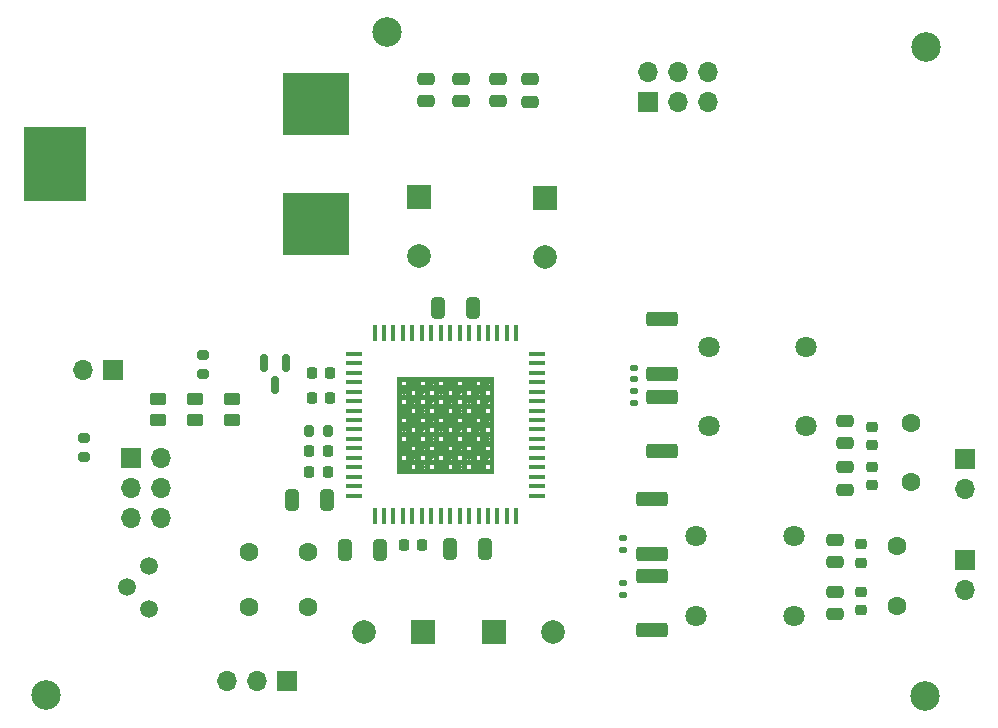
<source format=gts>
G04 #@! TF.GenerationSoftware,KiCad,Pcbnew,(6.0.1)*
G04 #@! TF.CreationDate,2022-04-24T16:27:43-07:00*
G04 #@! TF.ProjectId,AudioAmp,41756469-6f41-46d7-902e-6b696361645f,rev?*
G04 #@! TF.SameCoordinates,Original*
G04 #@! TF.FileFunction,Soldermask,Top*
G04 #@! TF.FilePolarity,Negative*
%FSLAX46Y46*%
G04 Gerber Fmt 4.6, Leading zero omitted, Abs format (unit mm)*
G04 Created by KiCad (PCBNEW (6.0.1)) date 2022-04-24 16:27:43*
%MOMM*%
%LPD*%
G01*
G04 APERTURE LIST*
G04 Aperture macros list*
%AMRoundRect*
0 Rectangle with rounded corners*
0 $1 Rounding radius*
0 $2 $3 $4 $5 $6 $7 $8 $9 X,Y pos of 4 corners*
0 Add a 4 corners polygon primitive as box body*
4,1,4,$2,$3,$4,$5,$6,$7,$8,$9,$2,$3,0*
0 Add four circle primitives for the rounded corners*
1,1,$1+$1,$2,$3*
1,1,$1+$1,$4,$5*
1,1,$1+$1,$6,$7*
1,1,$1+$1,$8,$9*
0 Add four rect primitives between the rounded corners*
20,1,$1+$1,$2,$3,$4,$5,0*
20,1,$1+$1,$4,$5,$6,$7,0*
20,1,$1+$1,$6,$7,$8,$9,0*
20,1,$1+$1,$8,$9,$2,$3,0*%
G04 Aperture macros list end*
%ADD10C,0.100000*%
%ADD11C,1.600000*%
%ADD12RoundRect,0.200000X-0.200000X-0.275000X0.200000X-0.275000X0.200000X0.275000X-0.200000X0.275000X0*%
%ADD13RoundRect,0.250000X0.475000X-0.250000X0.475000X0.250000X-0.475000X0.250000X-0.475000X-0.250000X0*%
%ADD14R,2.000000X2.000000*%
%ADD15C,2.000000*%
%ADD16C,1.800000*%
%ADD17R,1.700000X1.700000*%
%ADD18O,1.700000X1.700000*%
%ADD19RoundRect,0.150000X-0.150000X0.587500X-0.150000X-0.587500X0.150000X-0.587500X0.150000X0.587500X0*%
%ADD20RoundRect,0.225000X0.250000X-0.225000X0.250000X0.225000X-0.250000X0.225000X-0.250000X-0.225000X0*%
%ADD21RoundRect,0.250000X-1.075000X0.362500X-1.075000X-0.362500X1.075000X-0.362500X1.075000X0.362500X0*%
%ADD22RoundRect,0.250000X0.325000X0.650000X-0.325000X0.650000X-0.325000X-0.650000X0.325000X-0.650000X0*%
%ADD23RoundRect,0.200000X-0.275000X0.200000X-0.275000X-0.200000X0.275000X-0.200000X0.275000X0.200000X0*%
%ADD24C,0.508000*%
%ADD25R,1.404099X0.456400*%
%ADD26R,0.456400X1.404099*%
%ADD27RoundRect,0.250000X-0.325000X-0.650000X0.325000X-0.650000X0.325000X0.650000X-0.325000X0.650000X0*%
%ADD28RoundRect,0.140000X0.170000X-0.140000X0.170000X0.140000X-0.170000X0.140000X-0.170000X-0.140000X0*%
%ADD29RoundRect,0.250000X0.450000X-0.262500X0.450000X0.262500X-0.450000X0.262500X-0.450000X-0.262500X0*%
%ADD30RoundRect,0.225000X0.225000X0.250000X-0.225000X0.250000X-0.225000X-0.250000X0.225000X-0.250000X0*%
%ADD31C,2.500000*%
%ADD32C,1.498600*%
%ADD33RoundRect,0.200000X0.275000X-0.200000X0.275000X0.200000X-0.275000X0.200000X-0.275000X-0.200000X0*%
%ADD34R,5.588000X5.334000*%
%ADD35R,5.283200X6.350000*%
%ADD36RoundRect,0.225000X-0.225000X-0.250000X0.225000X-0.250000X0.225000X0.250000X-0.225000X0.250000X0*%
G04 APERTURE END LIST*
D10*
X131673500Y-101236200D02*
X139800500Y-101236200D01*
X139800500Y-101236200D02*
X139800500Y-101623600D01*
X139800500Y-101623600D02*
X131673500Y-101623600D01*
X131673500Y-101623600D02*
X131673500Y-101236200D01*
G36*
X139800500Y-101623600D02*
G01*
X131673500Y-101623600D01*
X131673500Y-101236200D01*
X139800500Y-101236200D01*
X139800500Y-101623600D01*
G37*
X139800500Y-101623600D02*
X131673500Y-101623600D01*
X131673500Y-101236200D01*
X139800500Y-101236200D01*
X139800500Y-101623600D01*
X131673500Y-107535400D02*
X139800500Y-107535400D01*
X139800500Y-107535400D02*
X139800500Y-107855600D01*
X139800500Y-107855600D02*
X131673500Y-107855600D01*
X131673500Y-107855600D02*
X131673500Y-107535400D01*
G36*
X139800500Y-107855600D02*
G01*
X131673500Y-107855600D01*
X131673500Y-107535400D01*
X139800500Y-107535400D01*
X139800500Y-107855600D01*
G37*
X139800500Y-107855600D02*
X131673500Y-107855600D01*
X131673500Y-107535400D01*
X139800500Y-107535400D01*
X139800500Y-107855600D01*
X131673500Y-106748000D02*
X139800500Y-106748000D01*
X139800500Y-106748000D02*
X139800500Y-107135400D01*
X139800500Y-107135400D02*
X131673500Y-107135400D01*
X131673500Y-107135400D02*
X131673500Y-106748000D01*
G36*
X139800500Y-107135400D02*
G01*
X131673500Y-107135400D01*
X131673500Y-106748000D01*
X139800500Y-106748000D01*
X139800500Y-107135400D01*
G37*
X139800500Y-107135400D02*
X131673500Y-107135400D01*
X131673500Y-106748000D01*
X139800500Y-106748000D01*
X139800500Y-107135400D01*
X138292900Y-99728600D02*
X137905500Y-99728600D01*
X137905500Y-99728600D02*
X137905500Y-107855600D01*
X137905500Y-107855600D02*
X138292900Y-107855600D01*
X138292900Y-107855600D02*
X138292900Y-99728600D01*
G36*
X138292900Y-107855600D02*
G01*
X137905500Y-107855600D01*
X137905500Y-99728600D01*
X138292900Y-99728600D01*
X138292900Y-107855600D01*
G37*
X138292900Y-107855600D02*
X137905500Y-107855600D01*
X137905500Y-99728600D01*
X138292900Y-99728600D01*
X138292900Y-107855600D01*
X133568500Y-99728600D02*
X133181100Y-99728600D01*
X133181100Y-99728600D02*
X133181100Y-107855600D01*
X133181100Y-107855600D02*
X133568500Y-107855600D01*
X133568500Y-107855600D02*
X133568500Y-99728600D01*
G36*
X133568500Y-107855600D02*
G01*
X133181100Y-107855600D01*
X133181100Y-99728600D01*
X133568500Y-99728600D01*
X133568500Y-107855600D01*
G37*
X133568500Y-107855600D02*
X133181100Y-107855600D01*
X133181100Y-99728600D01*
X133568500Y-99728600D01*
X133568500Y-107855600D01*
X136718100Y-99728600D02*
X136330700Y-99728600D01*
X136330700Y-99728600D02*
X136330700Y-107855600D01*
X136330700Y-107855600D02*
X136718100Y-107855600D01*
X136718100Y-107855600D02*
X136718100Y-99728600D01*
G36*
X136718100Y-107855600D02*
G01*
X136330700Y-107855600D01*
X136330700Y-99728600D01*
X136718100Y-99728600D01*
X136718100Y-107855600D01*
G37*
X136718100Y-107855600D02*
X136330700Y-107855600D01*
X136330700Y-99728600D01*
X136718100Y-99728600D01*
X136718100Y-107855600D01*
X139480300Y-99728600D02*
X139800500Y-99728600D01*
X139800500Y-99728600D02*
X139800500Y-107855600D01*
X139800500Y-107855600D02*
X139480300Y-107855600D01*
X139480300Y-107855600D02*
X139480300Y-99728600D01*
G36*
X139800500Y-107855600D02*
G01*
X139480300Y-107855600D01*
X139480300Y-99728600D01*
X139800500Y-99728600D01*
X139800500Y-107855600D01*
G37*
X139800500Y-107855600D02*
X139480300Y-107855600D01*
X139480300Y-99728600D01*
X139800500Y-99728600D01*
X139800500Y-107855600D01*
X131673500Y-99728600D02*
X139800500Y-99728600D01*
X139800500Y-99728600D02*
X139800500Y-100048800D01*
X139800500Y-100048800D02*
X131673500Y-100048800D01*
X131673500Y-100048800D02*
X131673500Y-99728600D01*
G36*
X139800500Y-100048800D02*
G01*
X131673500Y-100048800D01*
X131673500Y-99728600D01*
X139800500Y-99728600D01*
X139800500Y-100048800D01*
G37*
X139800500Y-100048800D02*
X131673500Y-100048800D01*
X131673500Y-99728600D01*
X139800500Y-99728600D01*
X139800500Y-100048800D01*
X131673500Y-105173200D02*
X139800500Y-105173200D01*
X139800500Y-105173200D02*
X139800500Y-105560600D01*
X139800500Y-105560600D02*
X131673500Y-105560600D01*
X131673500Y-105560600D02*
X131673500Y-105173200D01*
G36*
X139800500Y-105560600D02*
G01*
X131673500Y-105560600D01*
X131673500Y-105173200D01*
X139800500Y-105173200D01*
X139800500Y-105560600D01*
G37*
X139800500Y-105560600D02*
X131673500Y-105560600D01*
X131673500Y-105173200D01*
X139800500Y-105173200D01*
X139800500Y-105560600D01*
X131673500Y-104385800D02*
X139800500Y-104385800D01*
X139800500Y-104385800D02*
X139800500Y-104773200D01*
X139800500Y-104773200D02*
X131673500Y-104773200D01*
X131673500Y-104773200D02*
X131673500Y-104385800D01*
G36*
X139800500Y-104773200D02*
G01*
X131673500Y-104773200D01*
X131673500Y-104385800D01*
X139800500Y-104385800D01*
X139800500Y-104773200D01*
G37*
X139800500Y-104773200D02*
X131673500Y-104773200D01*
X131673500Y-104385800D01*
X139800500Y-104385800D01*
X139800500Y-104773200D01*
X131673500Y-103598400D02*
X139800500Y-103598400D01*
X139800500Y-103598400D02*
X139800500Y-103985800D01*
X139800500Y-103985800D02*
X131673500Y-103985800D01*
X131673500Y-103985800D02*
X131673500Y-103598400D01*
G36*
X139800500Y-103985800D02*
G01*
X131673500Y-103985800D01*
X131673500Y-103598400D01*
X139800500Y-103598400D01*
X139800500Y-103985800D01*
G37*
X139800500Y-103985800D02*
X131673500Y-103985800D01*
X131673500Y-103598400D01*
X139800500Y-103598400D01*
X139800500Y-103985800D01*
X139080300Y-99728600D02*
X138692900Y-99728600D01*
X138692900Y-99728600D02*
X138692900Y-107855600D01*
X138692900Y-107855600D02*
X139080300Y-107855600D01*
X139080300Y-107855600D02*
X139080300Y-99728600D01*
G36*
X139080300Y-107855600D02*
G01*
X138692900Y-107855600D01*
X138692900Y-99728600D01*
X139080300Y-99728600D01*
X139080300Y-107855600D01*
G37*
X139080300Y-107855600D02*
X138692900Y-107855600D01*
X138692900Y-99728600D01*
X139080300Y-99728600D01*
X139080300Y-107855600D01*
X131673500Y-105960600D02*
X139800500Y-105960600D01*
X139800500Y-105960600D02*
X139800500Y-106348000D01*
X139800500Y-106348000D02*
X131673500Y-106348000D01*
X131673500Y-106348000D02*
X131673500Y-105960600D01*
G36*
X139800500Y-106348000D02*
G01*
X131673500Y-106348000D01*
X131673500Y-105960600D01*
X139800500Y-105960600D01*
X139800500Y-106348000D01*
G37*
X139800500Y-106348000D02*
X131673500Y-106348000D01*
X131673500Y-105960600D01*
X139800500Y-105960600D01*
X139800500Y-106348000D01*
X132781100Y-99728600D02*
X132393700Y-99728600D01*
X132393700Y-99728600D02*
X132393700Y-107855600D01*
X132393700Y-107855600D02*
X132781100Y-107855600D01*
X132781100Y-107855600D02*
X132781100Y-99728600D01*
G36*
X132781100Y-107855600D02*
G01*
X132393700Y-107855600D01*
X132393700Y-99728600D01*
X132781100Y-99728600D01*
X132781100Y-107855600D01*
G37*
X132781100Y-107855600D02*
X132393700Y-107855600D01*
X132393700Y-99728600D01*
X132781100Y-99728600D01*
X132781100Y-107855600D01*
X131673500Y-99728600D02*
X131993700Y-99728600D01*
X131993700Y-99728600D02*
X131993700Y-107855600D01*
X131993700Y-107855600D02*
X131673500Y-107855600D01*
X131673500Y-107855600D02*
X131673500Y-99728600D01*
G36*
X131993700Y-107855600D02*
G01*
X131673500Y-107855600D01*
X131673500Y-99728600D01*
X131993700Y-99728600D01*
X131993700Y-107855600D01*
G37*
X131993700Y-107855600D02*
X131673500Y-107855600D01*
X131673500Y-99728600D01*
X131993700Y-99728600D01*
X131993700Y-107855600D01*
X135143300Y-99728600D02*
X134755900Y-99728600D01*
X134755900Y-99728600D02*
X134755900Y-107855600D01*
X134755900Y-107855600D02*
X135143300Y-107855600D01*
X135143300Y-107855600D02*
X135143300Y-99728600D01*
G36*
X135143300Y-107855600D02*
G01*
X134755900Y-107855600D01*
X134755900Y-99728600D01*
X135143300Y-99728600D01*
X135143300Y-107855600D01*
G37*
X135143300Y-107855600D02*
X134755900Y-107855600D01*
X134755900Y-99728600D01*
X135143300Y-99728600D01*
X135143300Y-107855600D01*
X131673500Y-102023600D02*
X139800500Y-102023600D01*
X139800500Y-102023600D02*
X139800500Y-102411000D01*
X139800500Y-102411000D02*
X131673500Y-102411000D01*
X131673500Y-102411000D02*
X131673500Y-102023600D01*
G36*
X139800500Y-102411000D02*
G01*
X131673500Y-102411000D01*
X131673500Y-102023600D01*
X139800500Y-102023600D01*
X139800500Y-102411000D01*
G37*
X139800500Y-102411000D02*
X131673500Y-102411000D01*
X131673500Y-102023600D01*
X139800500Y-102023600D01*
X139800500Y-102411000D01*
X134355900Y-99728600D02*
X133968500Y-99728600D01*
X133968500Y-99728600D02*
X133968500Y-107855600D01*
X133968500Y-107855600D02*
X134355900Y-107855600D01*
X134355900Y-107855600D02*
X134355900Y-99728600D01*
G36*
X134355900Y-107855600D02*
G01*
X133968500Y-107855600D01*
X133968500Y-99728600D01*
X134355900Y-99728600D01*
X134355900Y-107855600D01*
G37*
X134355900Y-107855600D02*
X133968500Y-107855600D01*
X133968500Y-99728600D01*
X134355900Y-99728600D01*
X134355900Y-107855600D01*
X137505500Y-99728600D02*
X137118100Y-99728600D01*
X137118100Y-99728600D02*
X137118100Y-107855600D01*
X137118100Y-107855600D02*
X137505500Y-107855600D01*
X137505500Y-107855600D02*
X137505500Y-99728600D01*
G36*
X137505500Y-107855600D02*
G01*
X137118100Y-107855600D01*
X137118100Y-99728600D01*
X137505500Y-99728600D01*
X137505500Y-107855600D01*
G37*
X137505500Y-107855600D02*
X137118100Y-107855600D01*
X137118100Y-99728600D01*
X137505500Y-99728600D01*
X137505500Y-107855600D01*
X131673500Y-102811000D02*
X139800500Y-102811000D01*
X139800500Y-102811000D02*
X139800500Y-103198400D01*
X139800500Y-103198400D02*
X131673500Y-103198400D01*
X131673500Y-103198400D02*
X131673500Y-102811000D01*
G36*
X139800500Y-103198400D02*
G01*
X131673500Y-103198400D01*
X131673500Y-102811000D01*
X139800500Y-102811000D01*
X139800500Y-103198400D01*
G37*
X139800500Y-103198400D02*
X131673500Y-103198400D01*
X131673500Y-102811000D01*
X139800500Y-102811000D01*
X139800500Y-103198400D01*
X131673500Y-100448800D02*
X139800500Y-100448800D01*
X139800500Y-100448800D02*
X139800500Y-100836200D01*
X139800500Y-100836200D02*
X131673500Y-100836200D01*
X131673500Y-100836200D02*
X131673500Y-100448800D01*
G36*
X139800500Y-100836200D02*
G01*
X131673500Y-100836200D01*
X131673500Y-100448800D01*
X139800500Y-100448800D01*
X139800500Y-100836200D01*
G37*
X139800500Y-100836200D02*
X131673500Y-100836200D01*
X131673500Y-100448800D01*
X139800500Y-100448800D01*
X139800500Y-100836200D01*
X135930700Y-99728600D02*
X135543300Y-99728600D01*
X135543300Y-99728600D02*
X135543300Y-107855600D01*
X135543300Y-107855600D02*
X135930700Y-107855600D01*
X135930700Y-107855600D02*
X135930700Y-99728600D01*
G36*
X135930700Y-107855600D02*
G01*
X135543300Y-107855600D01*
X135543300Y-99728600D01*
X135930700Y-99728600D01*
X135930700Y-107855600D01*
G37*
X135930700Y-107855600D02*
X135543300Y-107855600D01*
X135543300Y-99728600D01*
X135930700Y-99728600D01*
X135930700Y-107855600D01*
D11*
X175195000Y-103630000D03*
X175195000Y-108630000D03*
D12*
X124175000Y-104300000D03*
X125825000Y-104300000D03*
D11*
X119100000Y-114600000D03*
X124100000Y-114600000D03*
D13*
X168700000Y-119850000D03*
X168700000Y-117950000D03*
D14*
X139832323Y-121300000D03*
D15*
X144832323Y-121300000D03*
D16*
X158040000Y-97190000D03*
X166300000Y-97190000D03*
X166300000Y-103900000D03*
X158040000Y-103900000D03*
D17*
X179700000Y-106660000D03*
D18*
X179700000Y-109200000D03*
D14*
X144200000Y-84632323D03*
D15*
X144200000Y-89632323D03*
D19*
X122250000Y-98562500D03*
X120350000Y-98562500D03*
X121300000Y-100437500D03*
D17*
X152875000Y-76475000D03*
D18*
X152875000Y-73935000D03*
X155415000Y-76475000D03*
X155415000Y-73935000D03*
X157955000Y-76475000D03*
X157955000Y-73935000D03*
D20*
X170900000Y-119475000D03*
X170900000Y-117925000D03*
D13*
X168700000Y-115450000D03*
X168700000Y-113550000D03*
D21*
X153200000Y-110087500D03*
X153200000Y-114712500D03*
D17*
X179700000Y-115270000D03*
D18*
X179700000Y-117810000D03*
D22*
X138075000Y-93900000D03*
X135125000Y-93900000D03*
D23*
X115200000Y-97875000D03*
X115200000Y-99525000D03*
D24*
X138492900Y-101036200D03*
X136918100Y-104185800D03*
X137705500Y-106548000D03*
X137705500Y-103398400D03*
X132981100Y-106548000D03*
X133768500Y-107335400D03*
X132193700Y-107335400D03*
X132193700Y-105760600D03*
X136130700Y-103398400D03*
X136918100Y-105760600D03*
X135343300Y-101036200D03*
X136130700Y-101823600D03*
X138492900Y-104185800D03*
X136918100Y-107335400D03*
X136918100Y-102611000D03*
X134555900Y-103398400D03*
X135343300Y-102611000D03*
X132193700Y-101036200D03*
X139280300Y-103398400D03*
X132193700Y-104185800D03*
X139280300Y-104973200D03*
X138492900Y-102611000D03*
X136130700Y-106548000D03*
X134555900Y-101823600D03*
X132981100Y-103398400D03*
X133768500Y-101036200D03*
X133768500Y-102611000D03*
X136918100Y-101036200D03*
X134555900Y-100248800D03*
X135343300Y-104185800D03*
X137705500Y-104973200D03*
X134555900Y-104973200D03*
X132981100Y-100248800D03*
X132193700Y-102611000D03*
X132981100Y-104973200D03*
X136130700Y-100248800D03*
X138492900Y-105760600D03*
X139280300Y-106548000D03*
X135343300Y-105760600D03*
X138492900Y-107335400D03*
X139280300Y-101823600D03*
X137705500Y-101823600D03*
X133768500Y-104185800D03*
X133768500Y-105760600D03*
X135343300Y-107335400D03*
X132981100Y-101823600D03*
X139280300Y-100248800D03*
X136130700Y-104973200D03*
X137705500Y-100248800D03*
X134555900Y-106548000D03*
D25*
X128011852Y-97792102D03*
X128011852Y-98592100D03*
X128011852Y-99392101D03*
X128011852Y-100192100D03*
X128011852Y-100992101D03*
X128011852Y-101792099D03*
X128011852Y-102592100D03*
X128011852Y-103392101D03*
X128011852Y-104192099D03*
X128011852Y-104992100D03*
X128011852Y-105792099D03*
X128011852Y-106592099D03*
X128011852Y-107392100D03*
X128011852Y-108192099D03*
X128011852Y-108992100D03*
X128011852Y-109792098D03*
D26*
X129737002Y-111517248D03*
X130537000Y-111517248D03*
X131337001Y-111517248D03*
X132137000Y-111517248D03*
X132937001Y-111517248D03*
X133737001Y-111517248D03*
X134537000Y-111517248D03*
X135337001Y-111517248D03*
X136136999Y-111517248D03*
X136937000Y-111517248D03*
X137737001Y-111517248D03*
X138536999Y-111517248D03*
X139337000Y-111517248D03*
X140136999Y-111517248D03*
X140937000Y-111517248D03*
X141736998Y-111517248D03*
D25*
X143462148Y-109792098D03*
X143462148Y-108992100D03*
X143462148Y-108192099D03*
X143462148Y-107392100D03*
X143462148Y-106592099D03*
X143462148Y-105792099D03*
X143462148Y-104992100D03*
X143462148Y-104192099D03*
X143462148Y-103392101D03*
X143462148Y-102592100D03*
X143462148Y-101792099D03*
X143462148Y-100992101D03*
X143462148Y-100192100D03*
X143462148Y-99392101D03*
X143462148Y-98592100D03*
X143462148Y-97792102D03*
D26*
X141736998Y-96066952D03*
X140937000Y-96066952D03*
X140136999Y-96066952D03*
X139337000Y-96066952D03*
X138536999Y-96066952D03*
X137736999Y-96066952D03*
X136937000Y-96066952D03*
X136136999Y-96066952D03*
X135337001Y-96066952D03*
X134537000Y-96066952D03*
X133736999Y-96066952D03*
X132937001Y-96066952D03*
X132137000Y-96066952D03*
X131337001Y-96066952D03*
X130537000Y-96066952D03*
X129737002Y-96066952D03*
D27*
X127245000Y-114390000D03*
X130195000Y-114390000D03*
X122725000Y-110200000D03*
X125675000Y-110200000D03*
D28*
X150800000Y-114380000D03*
X150800000Y-113420000D03*
D29*
X111400000Y-103412500D03*
X111400000Y-101587500D03*
D30*
X133775000Y-114000000D03*
X132225000Y-114000000D03*
D17*
X122325000Y-125525000D03*
D18*
X119785000Y-125525000D03*
X117245000Y-125525000D03*
D17*
X107575000Y-99125000D03*
D18*
X105035000Y-99125000D03*
D11*
X174000000Y-114100000D03*
X174000000Y-119100000D03*
D31*
X176350000Y-126750000D03*
D21*
X154070000Y-101432500D03*
X154070000Y-106057500D03*
D20*
X171895000Y-105505000D03*
X171895000Y-103955000D03*
D29*
X117700000Y-103412500D03*
X117700000Y-101587500D03*
D22*
X139075000Y-114300000D03*
X136125000Y-114300000D03*
D20*
X171895000Y-108905000D03*
X171895000Y-107355000D03*
D13*
X134125000Y-76415000D03*
X134125000Y-74515000D03*
X169595000Y-109300000D03*
X169595000Y-107400000D03*
D29*
X114500000Y-103412500D03*
X114500000Y-101587500D03*
D20*
X170900000Y-115475000D03*
X170900000Y-113925000D03*
D14*
X133867677Y-121300000D03*
D15*
X128867677Y-121300000D03*
D32*
X110664500Y-115765500D03*
X108764500Y-117565500D03*
X110664500Y-119365500D03*
D14*
X133500000Y-84532323D03*
D15*
X133500000Y-89532323D03*
D11*
X119100000Y-119200000D03*
X124100000Y-119200000D03*
D28*
X151670000Y-101925000D03*
X151670000Y-100965000D03*
D30*
X125775000Y-107800000D03*
X124225000Y-107800000D03*
X125975000Y-101500000D03*
X124425000Y-101500000D03*
D28*
X150800000Y-118180000D03*
X150800000Y-117220000D03*
D13*
X137025000Y-76415000D03*
X137025000Y-74515000D03*
X169595000Y-105380000D03*
X169595000Y-103480000D03*
D21*
X154070000Y-94832500D03*
X154070000Y-99457500D03*
D31*
X130800000Y-70500000D03*
D33*
X105100000Y-106525000D03*
X105100000Y-104875000D03*
D31*
X176400000Y-71800000D03*
D17*
X109125000Y-106575000D03*
D18*
X111665000Y-106575000D03*
X109125000Y-109115000D03*
X111665000Y-109115000D03*
X109125000Y-111655000D03*
X111665000Y-111655000D03*
D34*
X124751000Y-86780000D03*
X124751000Y-76620000D03*
D35*
X102678400Y-81700000D03*
D36*
X124425000Y-99400000D03*
X125975000Y-99400000D03*
D21*
X153200000Y-116587500D03*
X153200000Y-121212500D03*
D31*
X101900000Y-126700000D03*
D16*
X156970000Y-113245000D03*
X165230000Y-113245000D03*
X165230000Y-119955000D03*
X156970000Y-119955000D03*
D13*
X140225000Y-76415000D03*
X140225000Y-74515000D03*
X142925000Y-76440000D03*
X142925000Y-74540000D03*
D30*
X125775000Y-106000000D03*
X124225000Y-106000000D03*
D28*
X151670000Y-99925000D03*
X151670000Y-98965000D03*
M02*

</source>
